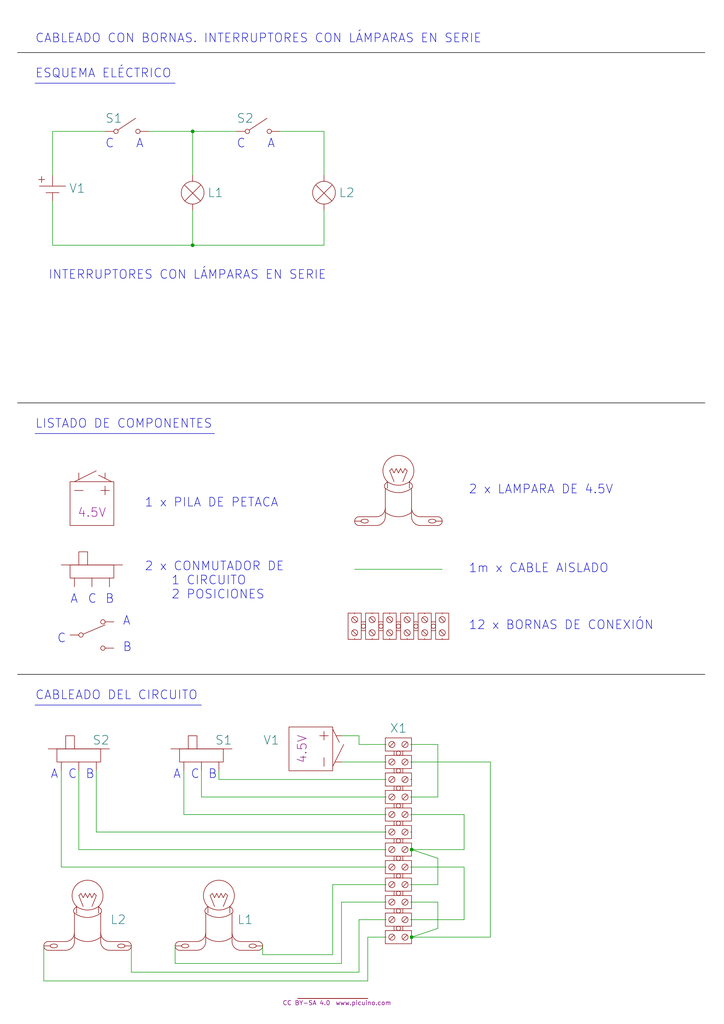
<source format=kicad_sch>
(kicad_sch (version 20211123) (generator eeschema)
  (paper "A4" portrait)
  (title_block (title "CABLEADO CON BORNAS. INTERRUPTORES CON LAMPARAS EN SERIE") (date "14/12/2018") (company "www.picuino.com") (comment 1 "Copyright (c) 2018 by Carlos Pardo") (comment 2 "License CC BY-SA 4.0"))
  (lib_symbols
    (symbol "simbolos:CopyRight" (pin_names (offset 1.016))
      (property "License" "CC BY-SA 4.0" (at -1.27 -1.27 0))
      (property "Web" "www.picuino.com" (at 0 -1.27 0))
      (symbol "CopyRight_0_1"
        (polyline (pts (xy -10.16 0) (xy 10.16 0)) (stroke (width 0.2032)))
      )
    )
    (symbol "simbolos:Pila" (pin_names (offset 1.016))
      (property "Reference" "V" (at 5.08 -4.445 0))
      (symbol "Pila_0_1"
        (polyline (pts (xy -4.064 -1.27) (xy -2.286 -1.27)))
        (polyline (pts (xy -3.81 -3.175) (xy 3.81 -3.175)))
        (polyline (pts (xy -3.175 -0.381) (xy -3.175 -2.159)))
        (polyline (pts (xy -1.905 -5.08) (xy 1.905 -5.08)))
      )
      (symbol "Pila_1_1"
        (pin input line (at 0 -7.62 90) (length 2.54) (name "") (number ""))
        (pin input line (at 0 0 270) (length 3.175) (name "") (number ""))
      )
    )
    (symbol "simbolos:borna_12x2" (pin_names (offset 1.016))
      (property "Reference" "X" (at 3.81 3.81 0))
      (symbol "borna_12x2_0_1"
        (rectangle (start 0 -53.975) (end 7.62 -57.785))
        (rectangle (start 0 -48.895) (end 7.62 -52.705))
        (rectangle (start 0 -43.815) (end 7.62 -47.625))
        (rectangle (start 0 -38.735) (end 7.62 -42.545))
        (rectangle (start 0 -33.655) (end 7.62 -37.465))
        (rectangle (start 0 -28.575) (end 7.62 -32.385))
        (rectangle (start 0 -23.495) (end 7.62 -27.305))
        (rectangle (start 0 -18.415) (end 7.62 -22.225))
        (rectangle (start 0 -13.335) (end 7.62 -17.145))
        (rectangle (start 0 -8.255) (end 7.62 -12.065))
        (rectangle (start 0 -3.175) (end 7.62 -6.985))
        (polyline (pts (xy 1.27 -56.515) (xy 2.54 -55.245)))
        (polyline (pts (xy 1.27 -51.435) (xy 2.54 -50.165)))
        (polyline (pts (xy 1.27 -46.355) (xy 2.54 -45.085)))
        (polyline (pts (xy 1.27 -41.275) (xy 2.54 -40.005)))
        (polyline (pts (xy 1.27 -36.195) (xy 2.54 -34.925)))
        (polyline (pts (xy 1.27 -31.115) (xy 2.54 -29.845)))
        (polyline (pts (xy 1.27 -26.035) (xy 2.54 -24.765)))
        (polyline (pts (xy 1.27 -20.955) (xy 2.54 -19.685)))
        (polyline (pts (xy 1.27 -15.875) (xy 2.54 -14.605)))
        (polyline (pts (xy 1.27 -10.795) (xy 2.54 -9.525)))
        (polyline (pts (xy 1.27 -5.715) (xy 2.54 -4.445)))
        (polyline (pts (xy 1.27 -0.635) (xy 2.54 0.635)))
        (polyline (pts (xy 2.54 -53.975) (xy 2.54 -52.705)))
        (polyline (pts (xy 2.54 -48.895) (xy 2.54 -47.625)))
        (polyline (pts (xy 2.54 -43.815) (xy 2.54 -42.545)))
        (polyline (pts (xy 2.54 -38.735) (xy 2.54 -37.465)))
        (polyline (pts (xy 2.54 -33.655) (xy 2.54 -32.385)))
        (polyline (pts (xy 2.54 -28.575) (xy 2.54 -27.305)))
        (polyline (pts (xy 2.54 -23.495) (xy 2.54 -22.225)))
        (polyline (pts (xy 2.54 -18.415) (xy 2.54 -17.145)))
        (polyline (pts (xy 2.54 -13.335) (xy 2.54 -12.065)))
        (polyline (pts (xy 2.54 -8.255) (xy 2.54 -6.985)))
        (polyline (pts (xy 2.54 -3.175) (xy 2.54 -1.905)))
        (polyline (pts (xy 5.08 -56.515) (xy 6.35 -55.245)))
        (polyline (pts (xy 5.08 -53.975) (xy 5.08 -52.705)))
        (polyline (pts (xy 5.08 -51.435) (xy 6.35 -50.165)))
        (polyline (pts (xy 5.08 -48.895) (xy 5.08 -47.625)))
        (polyline (pts (xy 5.08 -46.355) (xy 6.35 -45.085)))
        (polyline (pts (xy 5.08 -43.815) (xy 5.08 -42.545)))
        (polyline (pts (xy 5.08 -41.275) (xy 6.35 -40.005)))
        (polyline (pts (xy 5.08 -38.735) (xy 5.08 -37.465)))
        (polyline (pts (xy 5.08 -36.195) (xy 6.35 -34.925)))
        (polyline (pts (xy 5.08 -33.655) (xy 5.08 -32.385)))
        (polyline (pts (xy 5.08 -31.115) (xy 6.35 -29.845)))
        (polyline (pts (xy 5.08 -28.575) (xy 5.08 -27.305)))
        (polyline (pts (xy 5.08 -26.035) (xy 6.35 -24.765)))
        (polyline (pts (xy 5.08 -23.495) (xy 5.08 -22.225)))
        (polyline (pts (xy 5.08 -20.955) (xy 6.35 -19.685)))
        (polyline (pts (xy 5.08 -18.415) (xy 5.08 -17.145)))
        (polyline (pts (xy 5.08 -15.875) (xy 6.35 -14.605)))
        (polyline (pts (xy 5.08 -13.335) (xy 5.08 -12.065)))
        (polyline (pts (xy 5.08 -10.795) (xy 6.35 -9.525)))
        (polyline (pts (xy 5.08 -8.255) (xy 5.08 -6.985)))
        (polyline (pts (xy 5.08 -5.715) (xy 6.35 -4.445)))
        (polyline (pts (xy 5.08 -3.175) (xy 5.08 -1.905)))
        (polyline (pts (xy 5.08 -0.635) (xy 6.35 0.635)))
        (rectangle (start 0 1.905) (end 7.62 -1.905))
        (circle (center 1.905 -55.88) (radius 0.889))
        (circle (center 1.905 -50.8) (radius 0.889))
        (circle (center 1.905 -45.72) (radius 0.889))
        (circle (center 1.905 -40.64) (radius 0.889))
        (circle (center 1.905 -35.56) (radius 0.889))
        (circle (center 1.905 -30.48) (radius 0.889))
        (circle (center 1.905 -25.4) (radius 0.889))
        (circle (center 1.905 -20.32) (radius 0.889))
        (circle (center 1.905 -15.24) (radius 0.889))
        (circle (center 1.905 -10.16) (radius 0.889))
        (circle (center 1.905 -5.08) (radius 0.889))
        (circle (center 1.905 0) (radius 0.889))
        (circle (center 3.81 -53.34) (radius 0.635))
        (circle (center 3.81 -48.26) (radius 0.635))
        (circle (center 3.81 -43.18) (radius 0.635))
        (circle (center 3.81 -38.1) (radius 0.635))
        (circle (center 3.81 -33.02) (radius 0.635))
        (circle (center 3.81 -27.94) (radius 0.635))
        (circle (center 3.81 -22.86) (radius 0.635))
        (circle (center 3.81 -17.78) (radius 0.635))
        (circle (center 3.81 -12.7) (radius 0.635))
        (circle (center 3.81 -7.62) (radius 0.635))
        (circle (center 3.81 -2.54) (radius 0.635))
        (circle (center 5.715 -55.88) (radius 0.889))
        (circle (center 5.715 -50.8) (radius 0.889))
        (circle (center 5.715 -45.72) (radius 0.889))
        (circle (center 5.715 -40.64) (radius 0.889))
        (circle (center 5.715 -35.56) (radius 0.889))
        (circle (center 5.715 -30.48) (radius 0.889))
        (circle (center 5.715 -25.4) (radius 0.889))
        (circle (center 5.715 -20.32) (radius 0.889))
        (circle (center 5.715 -15.24) (radius 0.889))
        (circle (center 5.715 -10.16) (radius 0.889))
        (circle (center 5.715 -5.08) (radius 0.889))
        (circle (center 5.715 0) (radius 0.889))
      )
      (symbol "borna_12x2_1_1"
        (pin input line (at 0 -55.88 0) (length 0.254) (name "") (number ""))
        (pin input line (at 0 -50.8 0) (length 0.254) (name "") (number ""))
        (pin input line (at 0 -45.72 0) (length 0.254) (name "") (number ""))
        (pin input line (at 0 -40.64 0) (length 0.254) (name "") (number ""))
        (pin input line (at 0 -35.56 0) (length 0.254) (name "") (number ""))
        (pin input line (at 0 -30.48 0) (length 0.254) (name "") (number ""))
        (pin input line (at 0 -25.4 0) (length 0.254) (name "") (number ""))
        (pin input line (at 0 -20.32 0) (length 0.254) (name "") (number ""))
        (pin input line (at 0 -15.24 0) (length 0.254) (name "") (number ""))
        (pin input line (at 0 -10.16 0) (length 0.254) (name "") (number ""))
        (pin input line (at 0 -5.08 0) (length 0.254) (name "") (number ""))
        (pin input line (at 0 0 0) (length 0.254) (name "") (number ""))
        (pin input line (at 7.62 -55.88 180) (length 0.254) (name "") (number ""))
        (pin input line (at 7.62 -50.8 180) (length 0.254) (name "") (number ""))
        (pin input line (at 7.62 -45.72 180) (length 0.254) (name "") (number ""))
        (pin input line (at 7.62 -40.64 180) (length 0.254) (name "") (number ""))
        (pin input line (at 7.62 -35.56 180) (length 0.254) (name "") (number ""))
        (pin input line (at 7.62 -30.48 180) (length 0.254) (name "") (number ""))
        (pin input line (at 7.62 -25.4 180) (length 0.254) (name "") (number ""))
        (pin input line (at 7.62 -20.32 180) (length 0.254) (name "") (number ""))
        (pin input line (at 7.62 -15.24 180) (length 0.254) (name "") (number ""))
        (pin input line (at 7.62 -10.16 180) (length 0.254) (name "") (number ""))
        (pin input line (at 7.62 -5.08 180) (length 0.254) (name "") (number ""))
        (pin input line (at 7.62 0 180) (length 0.254) (name "") (number ""))
      )
    )
    (symbol "simbolos:borna_6x2" (pin_names (offset 1.016))
      (property "Reference" "X" (at 3.81 3.81 0))
      (symbol "borna_6x2_0_1"
        (rectangle (start 0 -23.495) (end 7.62 -27.305))
        (rectangle (start 0 -18.415) (end 7.62 -22.225))
        (rectangle (start 0 -13.335) (end 7.62 -17.145))
        (rectangle (start 0 -8.255) (end 7.62 -12.065))
        (rectangle (start 0 -3.175) (end 7.62 -6.985))
        (polyline (pts (xy 1.27 -26.035) (xy 2.54 -24.765)))
        (polyline (pts (xy 1.27 -20.955) (xy 2.54 -19.685)))
        (polyline (pts (xy 1.27 -15.875) (xy 2.54 -14.605)))
        (polyline (pts (xy 1.27 -10.795) (xy 2.54 -9.525)))
        (polyline (pts (xy 1.27 -5.715) (xy 2.54 -4.445)))
        (polyline (pts (xy 1.27 -0.635) (xy 2.54 0.635)))
        (polyline (pts (xy 2.54 -23.495) (xy 2.54 -22.225)))
        (polyline (pts (xy 2.54 -18.415) (xy 2.54 -17.145)))
        (polyline (pts (xy 2.54 -13.335) (xy 2.54 -12.065)))
        (polyline (pts (xy 2.54 -8.255) (xy 2.54 -6.985)))
        (polyline (pts (xy 2.54 -3.175) (xy 2.54 -1.905)))
        (polyline (pts (xy 5.08 -26.035) (xy 6.35 -24.765)))
        (polyline (pts (xy 5.08 -23.495) (xy 5.08 -22.225)))
        (polyline (pts (xy 5.08 -20.955) (xy 6.35 -19.685)))
        (polyline (pts (xy 5.08 -18.415) (xy 5.08 -17.145)))
        (polyline (pts (xy 5.08 -15.875) (xy 6.35 -14.605)))
        (polyline (pts (xy 5.08 -13.335) (xy 5.08 -12.065)))
        (polyline (pts (xy 5.08 -10.795) (xy 6.35 -9.525)))
        (polyline (pts (xy 5.08 -8.255) (xy 5.08 -6.985)))
        (polyline (pts (xy 5.08 -5.715) (xy 6.35 -4.445)))
        (polyline (pts (xy 5.08 -3.175) (xy 5.08 -1.905)))
        (polyline (pts (xy 5.08 -0.635) (xy 6.35 0.635)))
        (rectangle (start 0 1.905) (end 7.62 -1.905))
        (circle (center 1.905 -25.4) (radius 0.889))
        (circle (center 1.905 -20.32) (radius 0.889))
        (circle (center 1.905 -15.24) (radius 0.889))
        (circle (center 1.905 -10.16) (radius 0.889))
        (circle (center 1.905 -5.08) (radius 0.889))
        (circle (center 1.905 0) (radius 0.889))
        (circle (center 3.81 -22.86) (radius 0.635))
        (circle (center 3.81 -17.78) (radius 0.635))
        (circle (center 3.81 -12.7) (radius 0.635))
        (circle (center 3.81 -7.62) (radius 0.635))
        (circle (center 3.81 -2.54) (radius 0.635))
        (circle (center 5.715 -25.4) (radius 0.889))
        (circle (center 5.715 -20.32) (radius 0.889))
        (circle (center 5.715 -15.24) (radius 0.889))
        (circle (center 5.715 -10.16) (radius 0.889))
        (circle (center 5.715 -5.08) (radius 0.889))
        (circle (center 5.715 0) (radius 0.889))
      )
      (symbol "borna_6x2_1_1"
        (pin input line (at 0 -25.4 0) (length 0.254) (name "") (number ""))
        (pin input line (at 0 -20.32 0) (length 0.254) (name "") (number ""))
        (pin input line (at 0 -15.24 0) (length 0.254) (name "") (number ""))
        (pin input line (at 0 -10.16 0) (length 0.254) (name "") (number ""))
        (pin input line (at 0 -5.08 0) (length 0.254) (name "") (number ""))
        (pin input line (at 0 0 0) (length 0.254) (name "") (number ""))
        (pin input line (at 7.62 -25.4 180) (length 0.254) (name "") (number ""))
        (pin input line (at 7.62 -20.32 180) (length 0.254) (name "") (number ""))
        (pin input line (at 7.62 -15.24 180) (length 0.254) (name "") (number ""))
        (pin input line (at 7.62 -10.16 180) (length 0.254) (name "") (number ""))
        (pin input line (at 7.62 -5.08 180) (length 0.254) (name "") (number ""))
        (pin input line (at 7.62 0 180) (length 0.254) (name "") (number ""))
      )
    )
    (symbol "simbolos:conmutador" (pin_names (offset 1.016))
      (property "Reference" "S" (at 4.445 3.175 0))
      (symbol "conmutador_0_0"
        (circle (center 3.175 0) (radius 0.635))
        (circle (center 9.525 -3.81) (radius 0.635))
        (circle (center 9.525 3.81) (radius 0.635))
      )
      (symbol "conmutador_0_1"
        (polyline (pts (xy 10.16 2.921) (xy 3.81 0.254)))
      )
      (symbol "conmutador_1_1"
        (pin input line (at 0 0 0) (length 2.54) (name "") (number ""))
        (pin input line (at 12.7 -3.81 180) (length 2.54) (name "") (number ""))
        (pin input line (at 12.7 3.81 180) (length 2.54) (name "") (number ""))
      )
    )
    (symbol "simbolos:interruptor" (pin_names (offset 1.016))
      (property "Reference" "S" (at 4.445 3.175 0))
      (symbol "interruptor_0_0"
        (polyline (pts (xy 8.89 3.81) (xy 3.683 0.381)))
        (circle (center 3.175 0) (radius 0.635))
        (circle (center 9.525 0) (radius 0.635))
      )
      (symbol "interruptor_1_1"
        (pin input line (at 0 0 0) (length 2.54) (name "") (number ""))
        (pin input line (at 12.7 0 180) (length 2.54) (name "") (number ""))
      )
    )
    (symbol "simbolos:lampara" (pin_names (offset 1.016))
      (property "Reference" "L" (at 4.445 -5.08 0))
      (symbol "lampara_0_1"
        (circle (center 0 -5.08) (radius 3.302))
        (polyline (pts (xy -2.286 -7.493) (xy 2.286 -2.921)))
        (polyline (pts (xy -2.286 -2.921) (xy 2.286 -7.493)))
      )
      (symbol "lampara_1_1"
        (pin input line (at 0 -10.16 90) (length 1.778) (name "") (number ""))
        (pin input line (at 0 0 270) (length 1.778) (name "") (number ""))
      )
    )
    (symbol "simbolos:lampara_pack" (pin_names (offset 1.016))
      (property "Reference" "L" (at 17.78 6.35 0))
      (symbol "lampara_pack_0_1"
        (polyline (pts (xy 1.27 -1.27) (xy 6.35 -1.27)))
        (polyline (pts (xy 6.35 1.27) (xy 1.27 1.27)))
        (polyline (pts (xy 8.89 1.27) (xy 8.89 9.525)))
        (polyline (pts (xy 8.89 10.795) (xy 9.525 11.43)))
        (polyline (pts (xy 9.525 11.43) (xy 9.525 9.525)))
        (polyline (pts (xy 11.43 11.43) (xy 10.16 14.605)))
        (polyline (pts (xy 13.97 11.43) (xy 15.24 14.605)))
        (polyline (pts (xy 15.875 11.43) (xy 15.875 9.525)))
        (polyline (pts (xy 16.51 1.27) (xy 16.51 9.525)))
        (polyline (pts (xy 16.51 10.795) (xy 15.875 11.43)))
        (polyline (pts (xy 19.05 1.27) (xy 24.13 1.27)))
        (polyline (pts (xy 24.13 -1.27) (xy 19.05 -1.27)))
        (polyline (pts (xy 10.16 14.605) (xy 10.795 15.24) (xy 11.43 13.97) (xy 12.065 15.24) (xy 12.7 13.97) (xy 13.335 15.24) (xy 13.97 13.97) (xy 14.605 15.24) (xy 15.24 14.605)))
        (arc (start 1.27 1.27) (mid 0 0) (end 1.27 -1.27))
        (arc (start 2.159 -0.381) (mid 2.921 -0.5609) (end 3.683 -0.381))
        (arc (start 2.159 0.381) (mid 1.8844 0) (end 2.159 -0.381))
        (arc (start 3.683 -0.381) (mid 3.9576 0) (end 3.683 0.381))
        (arc (start 3.683 0.381) (mid 2.921 0.5609) (end 2.159 0.381))
        (arc (start 6.35 -1.27) (mid 8.1297 -0.5171) (end 8.89 1.27))
        (arc (start 6.35 1.27) (mid 8.1297 2.0229) (end 8.89 3.81))
        (arc (start 8.89 2.54) (mid 12.7 1.27) (end 16.51 2.54))
        (arc (start 8.89 9.525) (mid 12.7 8.255) (end 16.51 9.525))
        (arc (start 8.89 10.795) (mid 8.627 10.16) (end 8.89 9.525))
        (arc (start 9.525 11.43) (mid 12.7 10.4125) (end 15.875 11.43))
        (arc (start 12.7 19.05) (mid 8.5493 16.3021) (end 9.525 11.43))
        (arc (start 15.875 11.43) (mid 16.8357 16.2958) (end 12.7 19.05))
        (arc (start 16.51 1.27) (mid 17.2523 -0.5349) (end 19.05 -1.27))
        (arc (start 16.51 3.81) (mid 17.2523 2.0051) (end 19.05 1.27))
        (arc (start 16.51 9.525) (mid 16.773 10.16) (end 16.51 10.795))
        (arc (start 21.717 -0.381) (mid 22.479 -0.5609) (end 23.241 -0.381))
        (arc (start 21.717 0.381) (mid 21.4424 0) (end 21.717 -0.381))
        (arc (start 23.241 -0.381) (mid 23.5156 0) (end 23.241 0.381))
        (arc (start 23.241 0.381) (mid 22.479 0.5609) (end 21.717 0.381))
        (arc (start 24.13 -1.27) (mid 25.4 0) (end 24.13 1.27))
      )
      (symbol "lampara_pack_1_1"
        (pin input line (at 0 0 0) (length 1.905) (name "") (number ""))
        (pin input line (at 25.4 0 180) (length 1.905) (name "") (number ""))
      )
    )
    (symbol "simbolos:pila_petaca" (pin_names (offset 1.016))
      (property "Reference" "V" (at 11.43 -8.89 0))
      (property "V" "4.5V" (at 3.81 -12.7 0))
      (symbol "pila_petaca_0_1"
        (rectangle (start -2.54 -2.54) (end 10.16 -15.24))
        (polyline (pts (xy -1.27 -5.08) (xy 1.27 -5.08)))
        (polyline (pts (xy -1.27 -2.54) (xy 5.08 0.635)))
        (polyline (pts (xy 7.62 -3.81) (xy 7.62 -6.35)))
        (polyline (pts (xy 8.89 -5.08) (xy 6.35 -5.08)))
        (polyline (pts (xy 9.525 -2.54) (xy 5.715 -0.635)))
      )
      (symbol "pila_petaca_1_1"
        (pin input line (at 0 0 270) (length 1.905) (name "") (number ""))
        (pin input line (at 7.62 0 270) (length 1.524) (name "") (number ""))
      )
    )
    (symbol "simbolos:selector_pack" (pin_names (offset 1.016))
      (property "Reference" "S" (at 11.43 8.89 0))
      (symbol "selector_pack_0_1"
        (rectangle (start -1.27 6.35) (end 11.43 2.54))
        (polyline (pts (xy 13.97 6.35) (xy -3.81 6.35)))
        (polyline (pts (xy 1.27 6.35) (xy 1.27 10.16) (xy 3.81 10.16) (xy 3.81 6.35)))
      )
      (symbol "selector_pack_1_1"
        (pin input line (at 0 0 90) (length 2.54) (name "") (number ""))
        (pin input line (at 5.08 0 90) (length 2.54) (name "") (number ""))
        (pin input line (at 10.16 0 90) (length 2.54) (name "") (number ""))
      )
    )
  )
  (junction (at 55.88 71.12))
  (junction (at 119.38 246.38))
  (junction (at 55.88 38.1))
  (junction (at 119.38 271.78))
  (wire (pts (xy 55.88 38.1) (xy 43.18 38.1)))
  (wire (pts (xy 96.52 256.54) (xy 111.76 256.54)))
  (polyline (pts (xy 10.16 125.73) (xy 62.23 125.73)) (stroke (width 0) (type solid)))
  (wire (pts (xy 127 248.92) (xy 127 256.54)))
  (wire (pts (xy 127 215.9) (xy 119.38 215.9)))
  (polyline (pts (xy 10.16 204.47) (xy 58.42 204.47)) (stroke (width 0) (type solid)))
  (wire (pts (xy 99.06 261.62) (xy 111.76 261.62)))
  (wire (pts (xy 119.38 256.54) (xy 127 256.54)))
  (wire (pts (xy 50.8 279.4) (xy 99.06 279.4)))
  (wire (pts (xy 22.86 223.52) (xy 22.86 246.38)))
  (wire (pts (xy 53.34 236.22) (xy 53.34 223.52)))
  (wire (pts (xy 119.38 246.38) (xy 134.62 246.38)))
  (wire (pts (xy 119.38 251.46) (xy 134.62 251.46)))
  (polyline (pts (xy 5.08 195.58) (xy 204.47 195.58)) (stroke (width 0) (type solid) (color 0 0 0 1)))
  (wire (pts (xy 27.94 241.3) (xy 27.94 223.52)))
  (wire (pts (xy 119.38 271.78) (xy 142.24 271.78)))
  (wire (pts (xy 76.2 274.32) (xy 76.2 276.86)))
  (wire (pts (xy 104.14 215.9) (xy 104.14 213.36)))
  (wire (pts (xy 106.68 284.48) (xy 12.7 284.48)))
  (wire (pts (xy 119.38 246.38) (xy 127 248.92)))
  (wire (pts (xy 99.06 220.98) (xy 111.76 220.98)))
  (wire (pts (xy 50.8 274.32) (xy 50.8 279.4)))
  (wire (pts (xy 102.87 165.1) (xy 128.27 165.1)))
  (wire (pts (xy 17.78 223.52) (xy 17.78 251.46)))
  (wire (pts (xy 96.52 256.54) (xy 96.52 276.86)))
  (wire (pts (xy 38.1 274.32) (xy 38.1 281.94)))
  (wire (pts (xy 111.76 226.06) (xy 63.5 226.06)))
  (wire (pts (xy 119.38 236.22) (xy 134.62 236.22)))
  (wire (pts (xy 119.38 271.78) (xy 127 269.24)))
  (wire (pts (xy 15.24 58.42) (xy 15.24 71.12)))
  (wire (pts (xy 15.24 38.1) (xy 15.24 50.8)))
  (wire (pts (xy 63.5 226.06) (xy 63.5 223.52)))
  (wire (pts (xy 142.24 220.98) (xy 142.24 271.78)))
  (wire (pts (xy 104.14 215.9) (xy 111.76 215.9)))
  (wire (pts (xy 127 261.62) (xy 127 269.24)))
  (wire (pts (xy 119.38 220.98) (xy 142.24 220.98)))
  (wire (pts (xy 76.2 276.86) (xy 96.52 276.86)))
  (wire (pts (xy 106.68 271.78) (xy 106.68 284.48)))
  (wire (pts (xy 99.06 261.62) (xy 99.06 279.4)))
  (polyline (pts (xy 5.08 116.84) (xy 204.47 116.84)) (stroke (width 0) (type solid) (color 0 0 0 1)))
  (wire (pts (xy 111.76 241.3) (xy 27.94 241.3)))
  (wire (pts (xy 38.1 281.94) (xy 104.14 281.94)))
  (wire (pts (xy 55.88 38.1) (xy 55.88 50.8)))
  (wire (pts (xy 15.24 71.12) (xy 55.88 71.12)))
  (wire (pts (xy 58.42 223.52) (xy 58.42 231.14)))
  (wire (pts (xy 127 261.62) (xy 119.38 261.62)))
  (wire (pts (xy 127 231.14) (xy 127 215.9)))
  (wire (pts (xy 104.14 266.7) (xy 111.76 266.7)))
  (wire (pts (xy 93.98 71.12) (xy 55.88 71.12)))
  (wire (pts (xy 55.88 38.1) (xy 68.58 38.1)))
  (wire (pts (xy 104.14 266.7) (xy 104.14 281.94)))
  (polyline (pts (xy 10.16 24.13) (xy 50.8 24.13)) (stroke (width 0) (type solid)))
  (wire (pts (xy 119.38 266.7) (xy 134.62 266.7)))
  (wire (pts (xy 111.76 236.22) (xy 53.34 236.22)))
  (wire (pts (xy 58.42 231.14) (xy 111.76 231.14)))
  (wire (pts (xy 104.14 213.36) (xy 99.06 213.36)))
  (wire (pts (xy 12.7 284.48) (xy 12.7 274.32)))
  (wire (pts (xy 15.24 38.1) (xy 30.48 38.1)))
  (wire (pts (xy 134.62 236.22) (xy 134.62 246.38)))
  (wire (pts (xy 111.76 251.46) (xy 17.78 251.46)))
  (wire (pts (xy 111.76 271.78) (xy 106.68 271.78)))
  (wire (pts (xy 93.98 38.1) (xy 93.98 50.8)))
  (wire (pts (xy 81.28 38.1) (xy 93.98 38.1)))
  (wire (pts (xy 119.38 231.14) (xy 127 231.14)))
  (wire (pts (xy 93.98 60.96) (xy 93.98 71.12)))
  (wire (pts (xy 134.62 266.7) (xy 134.62 251.46)))
  (wire (pts (xy 22.86 246.38) (xy 111.76 246.38)))
  (polyline (pts (xy 5.08 15.24) (xy 204.47 15.24)) (stroke (width 0) (type solid) (color 0 0 0 1)))
  (wire (pts (xy 55.88 60.96) (xy 55.88 71.12)))
  (text "12 x BORNAS DE CONEXIÓN" (at 135.89 182.88 0) (effects (font (size 2.54 2.54)) (justify left bottom)))
  (text "C" (at 25.4 175.26 0) (effects (font (size 2.54 2.54)) (justify left bottom)))
  (text "B" (at 35.56 189.23 0) (effects (font (size 2.54 2.54)) (justify left bottom)))
  (text "C" (at 30.48 43.18 0) (effects (font (size 2.54 2.54)) (justify left bottom)))
  (text "LISTADO DE COMPONENTES" (at 10.16 124.46 0) (effects (font (size 2.54 2.54)) (justify left bottom)))
  (text "B" (at 30.48 175.26 0) (effects (font (size 2.54 2.54)) (justify left bottom)))
  (text "C" (at 19.685 226.06 0) (effects (font (size 2.54 2.54)) (justify left bottom)))
  (text "B" (at 24.765 226.06 0) (effects (font (size 2.54 2.54)) (justify left bottom)))
  (text "1m x CABLE AISLADO" (at 135.89 166.37 0) (effects (font (size 2.54 2.54)) (justify left bottom)))
  (text "A" (at 77.47 43.18 0) (effects (font (size 2.54 2.54)) (justify left bottom)))
  (text "B" (at 60.325 226.06 0) (effects (font (size 2.54 2.54)) (justify left bottom)))
  (text "C" (at 16.51 186.69 0) (effects (font (size 2.54 2.54)) (justify left bottom)))
  (text "A" (at 39.37 43.18 0) (effects (font (size 2.54 2.54)) (justify left bottom)))
  (text "1 x PILA DE PETACA" (at 41.91 147.32 0) (effects (font (size 2.54 2.54)) (justify left bottom)))
  (text "C" (at 68.58 43.18 0) (effects (font (size 2.54 2.54)) (justify left bottom)))
  (text "A" (at 14.605 226.06 0) (effects (font (size 2.54 2.54)) (justify left bottom)))
  (text "C" (at 55.245 226.06 0) (effects (font (size 2.54 2.54)) (justify left bottom)))
  (text "CABLEADO CON BORNAS. INTERRUPTORES CON LÁMPARAS EN SERIE" (at 10.16 12.7 0) (effects (font (size 2.54 2.54)) (justify left bottom)))
  (text "A" (at 35.56 181.61 0) (effects (font (size 2.54 2.54)) (justify left bottom)))
  (text "A" (at 20.32 175.26 0) (effects (font (size 2.54 2.54)) (justify left bottom)))
  (text "ESQUEMA ELÉCTRICO" (at 10.16 22.86 0) (effects (font (size 2.54 2.54)) (justify left bottom)))
  (text "INTERRUPTORES CON LÁMPARAS EN SERIE" (at 13.97 81.28 0) (effects (font (size 2.54 2.54)) (justify left bottom)))
  (text "A" (at 50.165 226.06 0) (effects (font (size 2.54 2.54)) (justify left bottom)))
  (text "2 x LAMPARA DE 4.5V" (at 135.89 143.51 0) (effects (font (size 2.54 2.54)) (justify left bottom)))
  (text "CABLEADO DEL CIRCUITO" (at 10.16 203.2 0) (effects (font (size 2.54 2.54)) (justify left bottom)))
  (text "2 x CONMUTADOR DE\n    1 CIRCUITO\n    2 POSICIONES" (at 41.91 173.99 0) (effects (font (size 2.54 2.54)) (justify left bottom)))
  (symbol (lib_id "simbolos:CopyRight") (at 96.52 289.56 0) (unit 1)
    (property "Reference" "CP1" (effects hide))
    (property "Value" "CopyRight" (effects hide))
    (property "License" "CC BY-SA 4.0" (at 88.9 290.83 0))
    (property "Web" "www.picuino.com" (at 105.41 290.83 0))
  )
  (symbol (lib_id "simbolos:borna_12x2") (at 111.76 215.9 0) (unit 1)
    (property "Reference" "X1" (at 115.57 211.1756 0) (effects (font (size 2.54 2.54))))
    (property "Value" "borna_12x2" (effects hide))
  )
  (symbol (lib_id "simbolos:pila_petaca") (at 99.06 220.98 270) (mirror x) (unit 1)
    (property "Reference" "V1" (at 76.2 214.63 90) (effects (font (size 2.54 2.54)) (justify left)))
    (property "Value" "pila_petaca" (effects hide))
    (property "V" "4.5V" (at 87.63 217.17 0) (effects (font (size 2.54 2.54))))
  )
  (symbol (lib_id "simbolos:pila_petaca") (at 22.86 137.16 0) (unit 1)
    (property "Reference" "V?" (effects hide))
    (property "Value" "pila_petaca" (effects hide))
    (property "V" "4.5V" (at 26.67 148.59 0) (effects (font (size 2.54 2.54))))
  )
  (symbol (lib_id "simbolos:Pila") (at 15.24 50.8 0) (unit 1)
    (property "Reference" "V1" (at 19.8882 54.61 0) (effects (font (size 2.54 2.54)) (justify left)))
    (property "Value" "Pila" (effects hide))
  )
  (symbol (lib_id "simbolos:lampara") (at 93.98 50.8 0) (unit 1)
    (property "Reference" "L2" (at 98.1202 55.88 0) (effects (font (size 2.54 2.54)) (justify left)))
    (property "Value" "lampara" (effects hide))
  )
  (symbol (lib_id "simbolos:lampara_pack") (at 50.8 274.32 0) (unit 1)
    (property "Reference" "L1" (at 71.12 266.7 0) (effects (font (size 2.54 2.54))))
    (property "Value" "lampara_pack" (effects hide))
  )
  (symbol (lib_id "simbolos:lampara_pack") (at 12.7 274.32 0) (unit 1)
    (property "Reference" "L2" (at 34.29 266.7 0) (effects (font (size 2.54 2.54))))
    (property "Value" "lampara_pack" (effects hide))
  )
  (symbol (lib_id "simbolos:borna_6x2") (at 128.27 177.8 270) (unit 1)
    (property "Reference" "X?" (effects hide))
    (property "Value" "borna_6x2" (effects hide))
  )
  (symbol (lib_id "simbolos:conmutador") (at 20.32 184.15 0) (unit 1)
    (property "Reference" "S?" (effects hide))
    (property "Value" "conmutador" (effects hide))
  )
  (symbol (lib_id "simbolos:selector_pack") (at 53.34 223.52 0) (unit 1)
    (property "Reference" "S1" (at 62.23 214.63 0) (effects (font (size 2.54 2.54)) (justify left)))
    (property "Value" "selector_pack" (effects hide))
  )
  (symbol (lib_id "simbolos:selector_pack") (at 17.78 223.52 0) (unit 1)
    (property "Reference" "S2" (at 26.67 214.63 0) (effects (font (size 2.54 2.54)) (justify left)))
    (property "Value" "selector_pack" (effects hide))
  )
  (symbol (lib_id "simbolos:selector_pack") (at 21.59 170.18 0) (unit 1)
    (property "Reference" "S?" (effects hide))
    (property "Value" "selector_pack" (effects hide))
  )
  (symbol (lib_id "simbolos:lampara_pack") (at 102.87 151.13 0) (unit 1)
    (property "Reference" "L?" (effects hide))
    (property "Value" "lampara_pack" (effects hide))
  )
  (symbol (lib_id "simbolos:interruptor") (at 30.48 38.1 0) (unit 1)
    (property "Reference" "S1" (at 33.02 34.29 0) (effects (font (size 2.54 2.54))))
    (property "Value" "interruptor" (effects hide))
  )
  (symbol (lib_id "simbolos:lampara") (at 55.88 50.8 0) (unit 1)
    (property "Reference" "L1" (at 60.0202 55.88 0) (effects (font (size 2.54 2.54)) (justify left)))
    (property "Value" "lampara" (effects hide))
  )
  (symbol (lib_id "simbolos:interruptor") (at 68.58 38.1 0) (unit 1)
    (property "Reference" "S2" (at 71.12 34.29 0) (effects (font (size 2.54 2.54))))
    (property "Value" "interruptor" (effects hide))
  )
  (sheet (at 218.44 29.21) (size 66.04 7.62)
    (property "Sheet name" "2" (at 218.44 27.8634 0) (effects (font (size 2.54 2.54)) (justify left bottom)))
    (property "Sheet file" "electric-bornas-lamparas-serie-doble-2.kicad_sch" (at 218.44 37.9226 0) (effects (font (size 2.54 2.54)) (justify left top)))
  )
)
</source>
